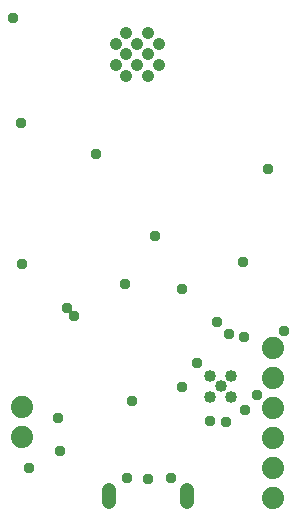
<source format=gbr>
G04 EAGLE Gerber RS-274X export*
G75*
%MOMM*%
%FSLAX34Y34*%
%LPD*%
%INSoldermask Bottom*%
%IPPOS*%
%AMOC8*
5,1,8,0,0,1.08239X$1,22.5*%
G01*
%ADD10C,0.703200*%
%ADD11C,1.211200*%
%ADD12C,1.879600*%
%ADD13C,1.061200*%
%ADD14C,1.011200*%
%ADD15C,0.959600*%


D10*
X87000Y15400D03*
X153000Y15400D03*
D11*
X87000Y10360D02*
X87000Y20440D01*
X153000Y20440D02*
X153000Y10360D01*
D12*
X13500Y91300D03*
X13500Y65900D03*
D13*
X101625Y407850D03*
X119975Y407850D03*
X92450Y398675D03*
X110800Y398675D03*
X129150Y398675D03*
X101625Y389500D03*
X119975Y389500D03*
X92450Y380325D03*
X110800Y380325D03*
X129150Y380325D03*
X101625Y371150D03*
X119975Y371150D03*
D14*
X181400Y108500D03*
X172400Y99500D03*
X172400Y117500D03*
X190400Y117500D03*
X190400Y99500D03*
D12*
X226000Y13500D03*
X226000Y38900D03*
X226000Y64300D03*
X226000Y89700D03*
X226000Y115100D03*
X226000Y140500D03*
D15*
X172086Y78798D03*
X185714Y78000D03*
X102000Y31000D03*
X212000Y101000D03*
X57000Y168000D03*
X51000Y175000D03*
X44000Y82000D03*
X45000Y54000D03*
X139000Y31000D03*
X120000Y30000D03*
X178000Y163000D03*
X188000Y153000D03*
X100000Y195000D03*
X13000Y212000D03*
X12000Y331000D03*
X200000Y214000D03*
X202000Y88000D03*
X201000Y150402D03*
X148900Y191000D03*
X125815Y235998D03*
X149000Y108000D03*
X161000Y128000D03*
X221711Y292711D03*
X234694Y155000D03*
X106000Y96000D03*
X5306Y420000D03*
X19322Y39322D03*
X76000Y305000D03*
M02*

</source>
